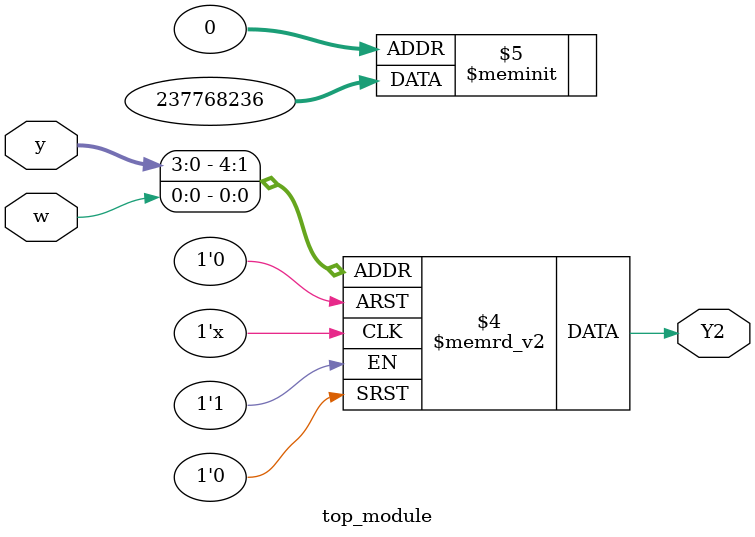
<source format=sv>
module top_module(
    input [3:0] y,  // Adjusted input size from [3:1] to [3:0]
    input w,
    output reg Y2
);

    always @(*) begin
        case ({y, w})
            5'h00: Y2 = 0;
            5'h01: Y2 = 0;
            5'h02: Y2 = 1;
            5'h03: Y2 = 1;
            5'h04: Y2 = 0;
            5'h05: Y2 = 1;
            5'h06: Y2 = 0;
            5'h07: Y2 = 0;
            5'h08: Y2 = 0;
            5'h09: Y2 = 1;
            5'h0A: Y2 = 1;
            5'h0B: Y2 = 1;
            5'h0C: Y2 = 0;
            5'h0D: Y2 = 0;
            5'h0E: Y2 = 0;
            5'h0F: Y2 = 0;
            5'h10: Y2 = 0;
            5'h11: Y2 = 0;
            5'h12: Y2 = 1;
            5'h13: Y2 = 1;
            5'h14: Y2 = 0;
            5'h15: Y2 = 1;
            5'h16: Y2 = 0;
            5'h17: Y2 = 0;
            5'h18: Y2 = 0;
            5'h19: Y2 = 1;
            5'h1A: Y2 = 1;
            5'h1B: Y2 = 1;
            default: Y2 = 0;
        endcase
    end

endmodule

</source>
